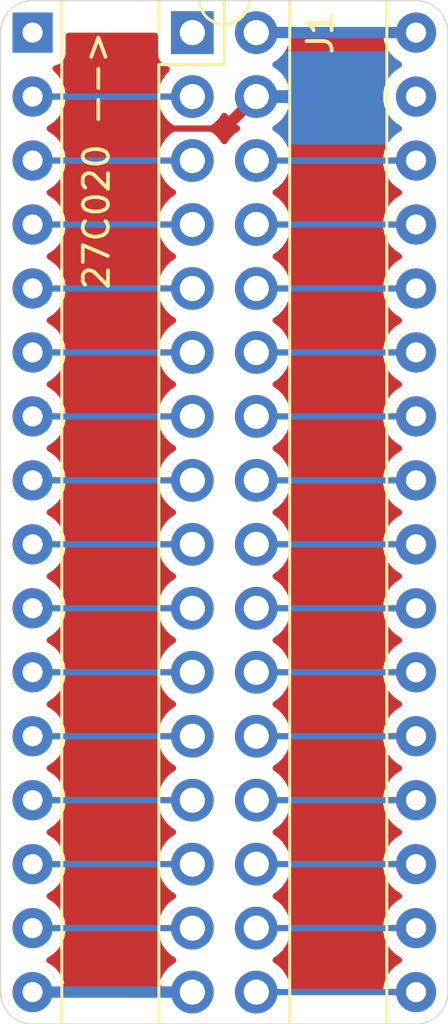
<source format=kicad_pcb>
(kicad_pcb (version 20171130) (host pcbnew 5.1.8-1.fc33)

  (general
    (thickness 1.6)
    (drawings 8)
    (tracks 36)
    (zones 0)
    (modules 2)
    (nets 31)
  )

  (page A4)
  (layers
    (0 F.Cu signal hide)
    (31 B.Cu signal hide)
    (32 B.Adhes user)
    (33 F.Adhes user)
    (34 B.Paste user)
    (35 F.Paste user)
    (36 B.SilkS user)
    (37 F.SilkS user)
    (38 B.Mask user)
    (39 F.Mask user)
    (40 Dwgs.User user)
    (41 Cmts.User user)
    (42 Eco1.User user)
    (43 Eco2.User user)
    (44 Edge.Cuts user)
    (45 Margin user)
    (46 B.CrtYd user)
    (47 F.CrtYd user)
    (48 B.Fab user)
    (49 F.Fab user)
  )

  (setup
    (last_trace_width 0.25)
    (trace_clearance 0.2)
    (zone_clearance 0.508)
    (zone_45_only no)
    (trace_min 0.2)
    (via_size 0.8)
    (via_drill 0.4)
    (via_min_size 0.4)
    (via_min_drill 0.3)
    (uvia_size 0.3)
    (uvia_drill 0.1)
    (uvias_allowed no)
    (uvia_min_size 0.2)
    (uvia_min_drill 0.1)
    (edge_width 0.05)
    (segment_width 0.2)
    (pcb_text_width 0.3)
    (pcb_text_size 1.5 1.5)
    (mod_edge_width 0.12)
    (mod_text_size 1 1)
    (mod_text_width 0.15)
    (pad_size 1.524 1.524)
    (pad_drill 0.762)
    (pad_to_mask_clearance 0)
    (aux_axis_origin 0 0)
    (visible_elements FFFFFF7F)
    (pcbplotparams
      (layerselection 0x010fc_ffffffff)
      (usegerberextensions false)
      (usegerberattributes true)
      (usegerberadvancedattributes true)
      (creategerberjobfile true)
      (excludeedgelayer true)
      (linewidth 0.100000)
      (plotframeref false)
      (viasonmask false)
      (mode 1)
      (useauxorigin false)
      (hpglpennumber 1)
      (hpglpenspeed 20)
      (hpglpendiameter 15.000000)
      (psnegative false)
      (psa4output false)
      (plotreference true)
      (plotvalue true)
      (plotinvisibletext false)
      (padsonsilk false)
      (subtractmaskfromsilk false)
      (outputformat 1)
      (mirror false)
      (drillshape 1)
      (scaleselection 1)
      (outputdirectory ""))
  )

  (net 0 "")
  (net 1 /D3)
  (net 2 GND)
  (net 3 /D4)
  (net 4 /D2)
  (net 5 /D5)
  (net 6 /D1)
  (net 7 /D6)
  (net 8 /D0)
  (net 9 /D7)
  (net 10 /A0)
  (net 11 /~CE)
  (net 12 /A1)
  (net 13 /A10)
  (net 14 /A2)
  (net 15 /~OE)
  (net 16 /A3)
  (net 17 /A11)
  (net 18 /A4)
  (net 19 /A9)
  (net 20 /A5)
  (net 21 /A8)
  (net 22 /A6)
  (net 23 /A7)
  (net 24 /VCC_EXT)
  (net 25 /A13)
  (net 26 /A14)
  (net 27 /A12)
  (net 28 /A17)
  (net 29 /A15)
  (net 30 /A16)

  (net_class Default "This is the default net class."
    (clearance 0.2)
    (trace_width 0.25)
    (via_dia 0.8)
    (via_drill 0.4)
    (uvia_dia 0.3)
    (uvia_drill 0.1)
    (add_net /A0)
    (add_net /A1)
    (add_net /A10)
    (add_net /A11)
    (add_net /A12)
    (add_net /A13)
    (add_net /A14)
    (add_net /A15)
    (add_net /A16)
    (add_net /A17)
    (add_net /A2)
    (add_net /A3)
    (add_net /A4)
    (add_net /A5)
    (add_net /A6)
    (add_net /A7)
    (add_net /A8)
    (add_net /A9)
    (add_net /D0)
    (add_net /D1)
    (add_net /D2)
    (add_net /D3)
    (add_net /D4)
    (add_net /D5)
    (add_net /D6)
    (add_net /D7)
    (add_net /~CE)
    (add_net /~OE)
    (add_net "Net-(J1-Pad1)")
    (add_net "Net-(U1-Pad1)")
    (add_net "Net-(U1-Pad31)")
  )

  (net_class POWER ""
    (clearance 0.2)
    (trace_width 0.45)
    (via_dia 0.8)
    (via_drill 0.4)
    (uvia_dia 0.3)
    (uvia_drill 0.1)
    (add_net /VCC_EXT)
    (add_net GND)
  )

  (module Package_DIP:DIP-32_W15.24mm (layer F.Cu) (tedit 5A02E8C5) (tstamp 5FB9569D)
    (at 119.38 68.58)
    (descr "32-lead though-hole mounted DIP package, row spacing 15.24 mm (600 mils)")
    (tags "THT DIP DIL PDIP 2.54mm 15.24mm 600mil")
    (path /5FC54110)
    (fp_text reference "27C020 -->" (at 2.54 5.08 90) (layer F.SilkS)
      (effects (font (size 1 1) (thickness 0.15)))
    )
    (fp_text value 27C020 (at 7.62 40.43) (layer F.Fab)
      (effects (font (size 1 1) (thickness 0.15)))
    )
    (fp_line (start 16.3 -1.55) (end -1.05 -1.55) (layer F.CrtYd) (width 0.05))
    (fp_line (start 16.3 39.65) (end 16.3 -1.55) (layer F.CrtYd) (width 0.05))
    (fp_line (start -1.05 39.65) (end 16.3 39.65) (layer F.CrtYd) (width 0.05))
    (fp_line (start -1.05 -1.55) (end -1.05 39.65) (layer F.CrtYd) (width 0.05))
    (fp_line (start 14.08 -1.33) (end 8.62 -1.33) (layer F.SilkS) (width 0.12))
    (fp_line (start 14.08 39.43) (end 14.08 -1.33) (layer F.SilkS) (width 0.12))
    (fp_line (start 1.16 39.43) (end 14.08 39.43) (layer F.SilkS) (width 0.12))
    (fp_line (start 1.16 -1.33) (end 1.16 39.43) (layer F.SilkS) (width 0.12))
    (fp_line (start 6.62 -1.33) (end 1.16 -1.33) (layer F.SilkS) (width 0.12))
    (fp_line (start 0.255 -0.27) (end 1.255 -1.27) (layer F.Fab) (width 0.1))
    (fp_line (start 0.255 39.37) (end 0.255 -0.27) (layer F.Fab) (width 0.1))
    (fp_line (start 14.985 39.37) (end 0.255 39.37) (layer F.Fab) (width 0.1))
    (fp_line (start 14.985 -1.27) (end 14.985 39.37) (layer F.Fab) (width 0.1))
    (fp_line (start 1.255 -1.27) (end 14.985 -1.27) (layer F.Fab) (width 0.1))
    (fp_text user %R (at 7.62 19.05) (layer F.Fab)
      (effects (font (size 1 1) (thickness 0.15)))
    )
    (fp_arc (start 7.62 -1.33) (end 6.62 -1.33) (angle -180) (layer F.SilkS) (width 0.12))
    (pad 32 thru_hole oval (at 15.24 0) (size 1.6 1.6) (drill 0.8) (layers *.Cu *.Mask)
      (net 24 /VCC_EXT))
    (pad 16 thru_hole oval (at 0 38.1) (size 1.6 1.6) (drill 0.8) (layers *.Cu *.Mask)
      (net 2 GND))
    (pad 31 thru_hole oval (at 15.24 2.54) (size 1.6 1.6) (drill 0.8) (layers *.Cu *.Mask))
    (pad 15 thru_hole oval (at 0 35.56) (size 1.6 1.6) (drill 0.8) (layers *.Cu *.Mask)
      (net 4 /D2))
    (pad 30 thru_hole oval (at 15.24 5.08) (size 1.6 1.6) (drill 0.8) (layers *.Cu *.Mask)
      (net 28 /A17))
    (pad 14 thru_hole oval (at 0 33.02) (size 1.6 1.6) (drill 0.8) (layers *.Cu *.Mask)
      (net 6 /D1))
    (pad 29 thru_hole oval (at 15.24 7.62) (size 1.6 1.6) (drill 0.8) (layers *.Cu *.Mask)
      (net 26 /A14))
    (pad 13 thru_hole oval (at 0 30.48) (size 1.6 1.6) (drill 0.8) (layers *.Cu *.Mask)
      (net 8 /D0))
    (pad 28 thru_hole oval (at 15.24 10.16) (size 1.6 1.6) (drill 0.8) (layers *.Cu *.Mask)
      (net 25 /A13))
    (pad 12 thru_hole oval (at 0 27.94) (size 1.6 1.6) (drill 0.8) (layers *.Cu *.Mask)
      (net 10 /A0))
    (pad 27 thru_hole oval (at 15.24 12.7) (size 1.6 1.6) (drill 0.8) (layers *.Cu *.Mask)
      (net 21 /A8))
    (pad 11 thru_hole oval (at 0 25.4) (size 1.6 1.6) (drill 0.8) (layers *.Cu *.Mask)
      (net 12 /A1))
    (pad 26 thru_hole oval (at 15.24 15.24) (size 1.6 1.6) (drill 0.8) (layers *.Cu *.Mask)
      (net 19 /A9))
    (pad 10 thru_hole oval (at 0 22.86) (size 1.6 1.6) (drill 0.8) (layers *.Cu *.Mask)
      (net 14 /A2))
    (pad 25 thru_hole oval (at 15.24 17.78) (size 1.6 1.6) (drill 0.8) (layers *.Cu *.Mask)
      (net 17 /A11))
    (pad 9 thru_hole oval (at 0 20.32) (size 1.6 1.6) (drill 0.8) (layers *.Cu *.Mask)
      (net 16 /A3))
    (pad 24 thru_hole oval (at 15.24 20.32) (size 1.6 1.6) (drill 0.8) (layers *.Cu *.Mask)
      (net 15 /~OE))
    (pad 8 thru_hole oval (at 0 17.78) (size 1.6 1.6) (drill 0.8) (layers *.Cu *.Mask)
      (net 18 /A4))
    (pad 23 thru_hole oval (at 15.24 22.86) (size 1.6 1.6) (drill 0.8) (layers *.Cu *.Mask)
      (net 13 /A10))
    (pad 7 thru_hole oval (at 0 15.24) (size 1.6 1.6) (drill 0.8) (layers *.Cu *.Mask)
      (net 20 /A5))
    (pad 22 thru_hole oval (at 15.24 25.4) (size 1.6 1.6) (drill 0.8) (layers *.Cu *.Mask)
      (net 11 /~CE))
    (pad 6 thru_hole oval (at 0 12.7) (size 1.6 1.6) (drill 0.8) (layers *.Cu *.Mask)
      (net 22 /A6))
    (pad 21 thru_hole oval (at 15.24 27.94) (size 1.6 1.6) (drill 0.8) (layers *.Cu *.Mask)
      (net 9 /D7))
    (pad 5 thru_hole oval (at 0 10.16) (size 1.6 1.6) (drill 0.8) (layers *.Cu *.Mask)
      (net 23 /A7))
    (pad 20 thru_hole oval (at 15.24 30.48) (size 1.6 1.6) (drill 0.8) (layers *.Cu *.Mask)
      (net 7 /D6))
    (pad 4 thru_hole oval (at 0 7.62) (size 1.6 1.6) (drill 0.8) (layers *.Cu *.Mask)
      (net 27 /A12))
    (pad 19 thru_hole oval (at 15.24 33.02) (size 1.6 1.6) (drill 0.8) (layers *.Cu *.Mask)
      (net 5 /D5))
    (pad 3 thru_hole oval (at 0 5.08) (size 1.6 1.6) (drill 0.8) (layers *.Cu *.Mask)
      (net 29 /A15))
    (pad 18 thru_hole oval (at 15.24 35.56) (size 1.6 1.6) (drill 0.8) (layers *.Cu *.Mask)
      (net 3 /D4))
    (pad 2 thru_hole oval (at 0 2.54) (size 1.6 1.6) (drill 0.8) (layers *.Cu *.Mask)
      (net 30 /A16))
    (pad 17 thru_hole oval (at 15.24 38.1) (size 1.6 1.6) (drill 0.8) (layers *.Cu *.Mask)
      (net 1 /D3))
    (pad 1 thru_hole rect (at 0 0) (size 1.6 1.6) (drill 0.8) (layers *.Cu *.Mask))
    (model ${KISYS3DMOD}/Package_DIP.3dshapes/DIP-32_W15.24mm.wrl
      (at (xyz 0 0 0))
      (scale (xyz 1 1 1))
      (rotate (xyz 0 0 0))
    )
  )

  (module Connector_PinHeader_2.54mm:PinHeader_2x16_P2.54mm_Vertical (layer F.Cu) (tedit 59FED5CC) (tstamp 5FB95669)
    (at 125.73 68.58)
    (descr "Through hole straight pin header, 2x16, 2.54mm pitch, double rows")
    (tags "Through hole pin header THT 2x16 2.54mm double row")
    (path /5FB988BB)
    (fp_text reference J1 (at 5.08 0 -90) (layer F.SilkS)
      (effects (font (size 1 1) (thickness 0.15)))
    )
    (fp_text value Adapter (at 1.27 40.43) (layer F.Fab)
      (effects (font (size 1 1) (thickness 0.15)))
    )
    (fp_line (start 4.35 -1.8) (end -1.8 -1.8) (layer F.CrtYd) (width 0.05))
    (fp_line (start 4.35 39.9) (end 4.35 -1.8) (layer F.CrtYd) (width 0.05))
    (fp_line (start -1.8 39.9) (end 4.35 39.9) (layer F.CrtYd) (width 0.05))
    (fp_line (start -1.8 -1.8) (end -1.8 39.9) (layer F.CrtYd) (width 0.05))
    (fp_line (start -1.33 -1.33) (end 0 -1.33) (layer F.SilkS) (width 0.12))
    (fp_line (start -1.33 0) (end -1.33 -1.33) (layer F.SilkS) (width 0.12))
    (fp_line (start 1.27 -1.33) (end 3.87 -1.33) (layer F.SilkS) (width 0.12))
    (fp_line (start 1.27 1.27) (end 1.27 -1.33) (layer F.SilkS) (width 0.12))
    (fp_line (start -1.33 1.27) (end 1.27 1.27) (layer F.SilkS) (width 0.12))
    (fp_line (start 3.87 -1.33) (end 3.87 39.43) (layer F.SilkS) (width 0.12))
    (fp_line (start -1.33 1.27) (end -1.33 39.43) (layer F.SilkS) (width 0.12))
    (fp_line (start -1.33 39.43) (end 3.87 39.43) (layer F.SilkS) (width 0.12))
    (fp_line (start -1.27 0) (end 0 -1.27) (layer F.Fab) (width 0.1))
    (fp_line (start -1.27 39.37) (end -1.27 0) (layer F.Fab) (width 0.1))
    (fp_line (start 3.81 39.37) (end -1.27 39.37) (layer F.Fab) (width 0.1))
    (fp_line (start 3.81 -1.27) (end 3.81 39.37) (layer F.Fab) (width 0.1))
    (fp_line (start 0 -1.27) (end 3.81 -1.27) (layer F.Fab) (width 0.1))
    (fp_text user %R (at 1.27 19.05 90) (layer F.Fab)
      (effects (font (size 1 1) (thickness 0.15)))
    )
    (pad 32 thru_hole oval (at 2.54 38.1) (size 1.7 1.7) (drill 1) (layers *.Cu *.Mask)
      (net 1 /D3))
    (pad 31 thru_hole oval (at 0 38.1) (size 1.7 1.7) (drill 1) (layers *.Cu *.Mask)
      (net 2 GND))
    (pad 30 thru_hole oval (at 2.54 35.56) (size 1.7 1.7) (drill 1) (layers *.Cu *.Mask)
      (net 3 /D4))
    (pad 29 thru_hole oval (at 0 35.56) (size 1.7 1.7) (drill 1) (layers *.Cu *.Mask)
      (net 4 /D2))
    (pad 28 thru_hole oval (at 2.54 33.02) (size 1.7 1.7) (drill 1) (layers *.Cu *.Mask)
      (net 5 /D5))
    (pad 27 thru_hole oval (at 0 33.02) (size 1.7 1.7) (drill 1) (layers *.Cu *.Mask)
      (net 6 /D1))
    (pad 26 thru_hole oval (at 2.54 30.48) (size 1.7 1.7) (drill 1) (layers *.Cu *.Mask)
      (net 7 /D6))
    (pad 25 thru_hole oval (at 0 30.48) (size 1.7 1.7) (drill 1) (layers *.Cu *.Mask)
      (net 8 /D0))
    (pad 24 thru_hole oval (at 2.54 27.94) (size 1.7 1.7) (drill 1) (layers *.Cu *.Mask)
      (net 9 /D7))
    (pad 23 thru_hole oval (at 0 27.94) (size 1.7 1.7) (drill 1) (layers *.Cu *.Mask)
      (net 10 /A0))
    (pad 22 thru_hole oval (at 2.54 25.4) (size 1.7 1.7) (drill 1) (layers *.Cu *.Mask)
      (net 11 /~CE))
    (pad 21 thru_hole oval (at 0 25.4) (size 1.7 1.7) (drill 1) (layers *.Cu *.Mask)
      (net 12 /A1))
    (pad 20 thru_hole oval (at 2.54 22.86) (size 1.7 1.7) (drill 1) (layers *.Cu *.Mask)
      (net 13 /A10))
    (pad 19 thru_hole oval (at 0 22.86) (size 1.7 1.7) (drill 1) (layers *.Cu *.Mask)
      (net 14 /A2))
    (pad 18 thru_hole oval (at 2.54 20.32) (size 1.7 1.7) (drill 1) (layers *.Cu *.Mask)
      (net 15 /~OE))
    (pad 17 thru_hole oval (at 0 20.32) (size 1.7 1.7) (drill 1) (layers *.Cu *.Mask)
      (net 16 /A3))
    (pad 16 thru_hole oval (at 2.54 17.78) (size 1.7 1.7) (drill 1) (layers *.Cu *.Mask)
      (net 17 /A11))
    (pad 15 thru_hole oval (at 0 17.78) (size 1.7 1.7) (drill 1) (layers *.Cu *.Mask)
      (net 18 /A4))
    (pad 14 thru_hole oval (at 2.54 15.24) (size 1.7 1.7) (drill 1) (layers *.Cu *.Mask)
      (net 19 /A9))
    (pad 13 thru_hole oval (at 0 15.24) (size 1.7 1.7) (drill 1) (layers *.Cu *.Mask)
      (net 20 /A5))
    (pad 12 thru_hole oval (at 2.54 12.7) (size 1.7 1.7) (drill 1) (layers *.Cu *.Mask)
      (net 21 /A8))
    (pad 11 thru_hole oval (at 0 12.7) (size 1.7 1.7) (drill 1) (layers *.Cu *.Mask)
      (net 22 /A6))
    (pad 10 thru_hole oval (at 2.54 10.16) (size 1.7 1.7) (drill 1) (layers *.Cu *.Mask)
      (net 25 /A13))
    (pad 9 thru_hole oval (at 0 10.16) (size 1.7 1.7) (drill 1) (layers *.Cu *.Mask)
      (net 23 /A7))
    (pad 8 thru_hole oval (at 2.54 7.62) (size 1.7 1.7) (drill 1) (layers *.Cu *.Mask)
      (net 26 /A14))
    (pad 7 thru_hole oval (at 0 7.62) (size 1.7 1.7) (drill 1) (layers *.Cu *.Mask)
      (net 27 /A12))
    (pad 6 thru_hole oval (at 2.54 5.08) (size 1.7 1.7) (drill 1) (layers *.Cu *.Mask)
      (net 28 /A17))
    (pad 5 thru_hole oval (at 0 5.08) (size 1.7 1.7) (drill 1) (layers *.Cu *.Mask)
      (net 29 /A15))
    (pad 4 thru_hole oval (at 2.54 2.54) (size 1.7 1.7) (drill 1) (layers *.Cu *.Mask)
      (net 2 GND))
    (pad 3 thru_hole oval (at 0 2.54) (size 1.7 1.7) (drill 1) (layers *.Cu *.Mask)
      (net 30 /A16))
    (pad 2 thru_hole oval (at 2.54 0) (size 1.7 1.7) (drill 1) (layers *.Cu *.Mask)
      (net 24 /VCC_EXT))
    (pad 1 thru_hole rect (at 0 0) (size 1.7 1.7) (drill 1) (layers *.Cu *.Mask))
    (model ${KISYS3DMOD}/Connector_PinHeader_2.54mm.3dshapes/PinHeader_2x16_P2.54mm_Vertical.wrl
      (at (xyz 0 0 0))
      (scale (xyz 1 1 1))
      (rotate (xyz 0 0 0))
    )
  )

  (gr_line (start 119.38 67.31) (end 134.62 67.31) (layer Edge.Cuts) (width 0.05) (tstamp 5FB957C5))
  (gr_line (start 119.38 107.95) (end 134.62 107.95) (layer Edge.Cuts) (width 0.05) (tstamp 5FB63A42))
  (gr_line (start 118.11 68.58) (end 118.11 106.68) (layer Edge.Cuts) (width 0.05) (tstamp 5FB63A41))
  (gr_line (start 135.89 106.68) (end 135.89 68.58) (layer Edge.Cuts) (width 0.05) (tstamp 5FB63A3F))
  (gr_arc (start 134.62 106.68) (end 134.62 107.95) (angle -90) (layer Edge.Cuts) (width 0.05))
  (gr_arc (start 119.38 106.68) (end 118.11 106.68) (angle -90) (layer Edge.Cuts) (width 0.05))
  (gr_arc (start 134.62 68.58) (end 135.89 68.58) (angle -90) (layer Edge.Cuts) (width 0.05))
  (gr_arc (start 119.38 68.58) (end 119.38 67.31) (angle -90) (layer Edge.Cuts) (width 0.05))

  (segment (start 127 72.39) (end 123.19 72.39) (width 0.25) (layer F.Cu) (net 2))
  (segment (start 123.19 72.39) (end 121.92 73.66) (width 0.25) (layer F.Cu) (net 2))
  (segment (start 121.92 73.66) (end 121.92 105.41) (width 0.25) (layer F.Cu) (net 2))
  (segment (start 121.92 105.41) (end 123.19 106.68) (width 0.25) (layer F.Cu) (net 2))
  (segment (start 128.27 106.68) (end 134.62 106.68) (width 0.25) (layer B.Cu) (net 1))
  (segment (start 125.73 106.68) (end 119.38 106.68) (width 0.45) (layer B.Cu) (net 2))
  (segment (start 123.19 106.68) (end 125.73 106.68) (width 0.45) (layer F.Cu) (net 2))
  (segment (start 127 72.39) (end 128.27 71.12) (width 0.45) (layer F.Cu) (net 2))
  (segment (start 128.27 104.14) (end 134.62 104.14) (width 0.25) (layer B.Cu) (net 3))
  (segment (start 125.73 104.14) (end 119.38 104.14) (width 0.25) (layer B.Cu) (net 4))
  (segment (start 128.27 101.6) (end 134.62 101.6) (width 0.25) (layer B.Cu) (net 5))
  (segment (start 119.38 101.6) (end 125.73 101.6) (width 0.25) (layer B.Cu) (net 6))
  (segment (start 128.27 99.06) (end 134.62 99.06) (width 0.25) (layer B.Cu) (net 7))
  (segment (start 125.73 99.06) (end 119.38 99.06) (width 0.25) (layer B.Cu) (net 8))
  (segment (start 128.27 96.52) (end 134.62 96.52) (width 0.25) (layer B.Cu) (net 9))
  (segment (start 119.38 96.52) (end 125.73 96.52) (width 0.25) (layer B.Cu) (net 10))
  (segment (start 128.27 93.98) (end 134.62 93.98) (width 0.25) (layer B.Cu) (net 11))
  (segment (start 125.73 93.98) (end 119.38 93.98) (width 0.25) (layer B.Cu) (net 12))
  (segment (start 128.27 91.44) (end 134.62 91.44) (width 0.25) (layer B.Cu) (net 13))
  (segment (start 125.73 91.44) (end 119.38 91.44) (width 0.25) (layer B.Cu) (net 14))
  (segment (start 128.27 88.9) (end 134.62 88.9) (width 0.25) (layer B.Cu) (net 15))
  (segment (start 119.38 88.9) (end 125.73 88.9) (width 0.25) (layer B.Cu) (net 16))
  (segment (start 128.27 86.36) (end 134.62 86.36) (width 0.25) (layer B.Cu) (net 17))
  (segment (start 125.73 86.36) (end 119.38 86.36) (width 0.25) (layer B.Cu) (net 18))
  (segment (start 128.27 83.82) (end 134.62 83.82) (width 0.25) (layer B.Cu) (net 19))
  (segment (start 119.38 83.82) (end 125.73 83.82) (width 0.25) (layer B.Cu) (net 20))
  (segment (start 134.62 81.28) (end 128.27 81.28) (width 0.25) (layer B.Cu) (net 21))
  (segment (start 119.38 81.28) (end 125.73 81.28) (width 0.25) (layer B.Cu) (net 22))
  (segment (start 119.38 78.74) (end 125.73 78.74) (width 0.25) (layer B.Cu) (net 23))
  (segment (start 128.27 68.58) (end 134.62 68.58) (width 0.45) (layer B.Cu) (net 24))
  (segment (start 128.27 78.74) (end 134.62 78.74) (width 0.25) (layer B.Cu) (net 25))
  (segment (start 134.62 76.2) (end 128.27 76.2) (width 0.25) (layer B.Cu) (net 26))
  (segment (start 119.38 76.2) (end 125.73 76.2) (width 0.25) (layer B.Cu) (net 27))
  (segment (start 128.27 73.66) (end 134.62 73.66) (width 0.25) (layer B.Cu) (net 28))
  (segment (start 125.73 73.66) (end 119.38 73.66) (width 0.25) (layer B.Cu) (net 29))
  (segment (start 119.38 71.12) (end 125.73 71.12) (width 0.25) (layer B.Cu) (net 30))

  (zone (net 2) (net_name GND) (layer B.Cu) (tstamp 0) (hatch edge 0.508)
    (connect_pads (clearance 0.508))
    (min_thickness 0.254)
    (fill yes (arc_segments 32) (thermal_gap 0.508) (thermal_bridge_width 0.508))
    (polygon
      (pts
        (xy 134.62 106.68) (xy 119.38 106.68) (xy 119.38 68.58) (xy 134.62 68.58)
      )
    )
    (filled_polygon
      (pts
        (xy 133.505363 69.494759) (xy 133.705241 69.694637) (xy 133.937759 69.85) (xy 133.705241 70.005363) (xy 133.505363 70.205241)
        (xy 133.34832 70.440273) (xy 133.240147 70.701426) (xy 133.185 70.978665) (xy 133.185 71.261335) (xy 133.240147 71.538574)
        (xy 133.34832 71.799727) (xy 133.505363 72.034759) (xy 133.705241 72.234637) (xy 133.937759 72.39) (xy 133.705241 72.545363)
        (xy 133.505363 72.745241) (xy 133.401957 72.9) (xy 129.548178 72.9) (xy 129.423475 72.713368) (xy 129.216632 72.506525)
        (xy 129.034466 72.384805) (xy 129.151355 72.315178) (xy 129.367588 72.120269) (xy 129.541641 71.88692) (xy 129.666825 71.624099)
        (xy 129.711476 71.47689) (xy 129.590155 71.247) (xy 128.397 71.247) (xy 128.397 71.267) (xy 128.143 71.267)
        (xy 128.143 71.247) (xy 128.123 71.247) (xy 128.123 70.993) (xy 128.143 70.993) (xy 128.143 70.973)
        (xy 128.397 70.973) (xy 128.397 70.993) (xy 129.590155 70.993) (xy 129.711476 70.76311) (xy 129.666825 70.615901)
        (xy 129.541641 70.35308) (xy 129.367588 70.119731) (xy 129.151355 69.924822) (xy 129.034466 69.855195) (xy 129.216632 69.733475)
        (xy 129.423475 69.526632) (xy 129.481361 69.44) (xy 133.468774 69.44)
      )
    )
  )
  (zone (net 2) (net_name GND) (layer F.Cu) (tstamp 0) (hatch edge 0.508)
    (connect_pads (clearance 0.508))
    (min_thickness 0.254)
    (fill yes (arc_segments 32) (thermal_gap 0.508) (thermal_bridge_width 0.508))
    (polygon
      (pts
        (xy 134.62 106.68) (xy 119.38 106.68) (xy 119.38 68.58) (xy 134.62 68.58)
      )
    )
    (filled_polygon
      (pts
        (xy 133.185 68.721335) (xy 133.240147 68.998574) (xy 133.34832 69.259727) (xy 133.505363 69.494759) (xy 133.705241 69.694637)
        (xy 133.937759 69.85) (xy 133.705241 70.005363) (xy 133.505363 70.205241) (xy 133.34832 70.440273) (xy 133.240147 70.701426)
        (xy 133.185 70.978665) (xy 133.185 71.261335) (xy 133.240147 71.538574) (xy 133.34832 71.799727) (xy 133.505363 72.034759)
        (xy 133.705241 72.234637) (xy 133.937759 72.39) (xy 133.705241 72.545363) (xy 133.505363 72.745241) (xy 133.34832 72.980273)
        (xy 133.240147 73.241426) (xy 133.185 73.518665) (xy 133.185 73.801335) (xy 133.240147 74.078574) (xy 133.34832 74.339727)
        (xy 133.505363 74.574759) (xy 133.705241 74.774637) (xy 133.937759 74.93) (xy 133.705241 75.085363) (xy 133.505363 75.285241)
        (xy 133.34832 75.520273) (xy 133.240147 75.781426) (xy 133.185 76.058665) (xy 133.185 76.341335) (xy 133.240147 76.618574)
        (xy 133.34832 76.879727) (xy 133.505363 77.114759) (xy 133.705241 77.314637) (xy 133.937759 77.47) (xy 133.705241 77.625363)
        (xy 133.505363 77.825241) (xy 133.34832 78.060273) (xy 133.240147 78.321426) (xy 133.185 78.598665) (xy 133.185 78.881335)
        (xy 133.240147 79.158574) (xy 133.34832 79.419727) (xy 133.505363 79.654759) (xy 133.705241 79.854637) (xy 133.937759 80.01)
        (xy 133.705241 80.165363) (xy 133.505363 80.365241) (xy 133.34832 80.600273) (xy 133.240147 80.861426) (xy 133.185 81.138665)
        (xy 133.185 81.421335) (xy 133.240147 81.698574) (xy 133.34832 81.959727) (xy 133.505363 82.194759) (xy 133.705241 82.394637)
        (xy 133.937759 82.55) (xy 133.705241 82.705363) (xy 133.505363 82.905241) (xy 133.34832 83.140273) (xy 133.240147 83.401426)
        (xy 133.185 83.678665) (xy 133.185 83.961335) (xy 133.240147 84.238574) (xy 133.34832 84.499727) (xy 133.505363 84.734759)
        (xy 133.705241 84.934637) (xy 133.937759 85.09) (xy 133.705241 85.245363) (xy 133.505363 85.445241) (xy 133.34832 85.680273)
        (xy 133.240147 85.941426) (xy 133.185 86.218665) (xy 133.185 86.501335) (xy 133.240147 86.778574) (xy 133.34832 87.039727)
        (xy 133.505363 87.274759) (xy 133.705241 87.474637) (xy 133.937759 87.63) (xy 133.705241 87.785363) (xy 133.505363 87.985241)
        (xy 133.34832 88.220273) (xy 133.240147 88.481426) (xy 133.185 88.758665) (xy 133.185 89.041335) (xy 133.240147 89.318574)
        (xy 133.34832 89.579727) (xy 133.505363 89.814759) (xy 133.705241 90.014637) (xy 133.937759 90.17) (xy 133.705241 90.325363)
        (xy 133.505363 90.525241) (xy 133.34832 90.760273) (xy 133.240147 91.021426) (xy 133.185 91.298665) (xy 133.185 91.581335)
        (xy 133.240147 91.858574) (xy 133.34832 92.119727) (xy 133.505363 92.354759) (xy 133.705241 92.554637) (xy 133.937759 92.71)
        (xy 133.705241 92.865363) (xy 133.505363 93.065241) (xy 133.34832 93.300273) (xy 133.240147 93.561426) (xy 133.185 93.838665)
        (xy 133.185 94.121335) (xy 133.240147 94.398574) (xy 133.34832 94.659727) (xy 133.505363 94.894759) (xy 133.705241 95.094637)
        (xy 133.937759 95.25) (xy 133.705241 95.405363) (xy 133.505363 95.605241) (xy 133.34832 95.840273) (xy 133.240147 96.101426)
        (xy 133.185 96.378665) (xy 133.185 96.661335) (xy 133.240147 96.938574) (xy 133.34832 97.199727) (xy 133.505363 97.434759)
        (xy 133.705241 97.634637) (xy 133.937759 97.79) (xy 133.705241 97.945363) (xy 133.505363 98.145241) (xy 133.34832 98.380273)
        (xy 133.240147 98.641426) (xy 133.185 98.918665) (xy 133.185 99.201335) (xy 133.240147 99.478574) (xy 133.34832 99.739727)
        (xy 133.505363 99.974759) (xy 133.705241 100.174637) (xy 133.937759 100.33) (xy 133.705241 100.485363) (xy 133.505363 100.685241)
        (xy 133.34832 100.920273) (xy 133.240147 101.181426) (xy 133.185 101.458665) (xy 133.185 101.741335) (xy 133.240147 102.018574)
        (xy 133.34832 102.279727) (xy 133.505363 102.514759) (xy 133.705241 102.714637) (xy 133.937759 102.87) (xy 133.705241 103.025363)
        (xy 133.505363 103.225241) (xy 133.34832 103.460273) (xy 133.240147 103.721426) (xy 133.185 103.998665) (xy 133.185 104.281335)
        (xy 133.240147 104.558574) (xy 133.34832 104.819727) (xy 133.505363 105.054759) (xy 133.705241 105.254637) (xy 133.937759 105.41)
        (xy 133.705241 105.565363) (xy 133.505363 105.765241) (xy 133.34832 106.000273) (xy 133.240147 106.261426) (xy 133.185 106.538665)
        (xy 133.185 106.553) (xy 129.755 106.553) (xy 129.755 106.53374) (xy 129.697932 106.246842) (xy 129.58599 105.976589)
        (xy 129.423475 105.733368) (xy 129.216632 105.526525) (xy 129.04224 105.41) (xy 129.216632 105.293475) (xy 129.423475 105.086632)
        (xy 129.58599 104.843411) (xy 129.697932 104.573158) (xy 129.755 104.28626) (xy 129.755 103.99374) (xy 129.697932 103.706842)
        (xy 129.58599 103.436589) (xy 129.423475 103.193368) (xy 129.216632 102.986525) (xy 129.04224 102.87) (xy 129.216632 102.753475)
        (xy 129.423475 102.546632) (xy 129.58599 102.303411) (xy 129.697932 102.033158) (xy 129.755 101.74626) (xy 129.755 101.45374)
        (xy 129.697932 101.166842) (xy 129.58599 100.896589) (xy 129.423475 100.653368) (xy 129.216632 100.446525) (xy 129.04224 100.33)
        (xy 129.216632 100.213475) (xy 129.423475 100.006632) (xy 129.58599 99.763411) (xy 129.697932 99.493158) (xy 129.755 99.20626)
        (xy 129.755 98.91374) (xy 129.697932 98.626842) (xy 129.58599 98.356589) (xy 129.423475 98.113368) (xy 129.216632 97.906525)
        (xy 129.04224 97.79) (xy 129.216632 97.673475) (xy 129.423475 97.466632) (xy 129.58599 97.223411) (xy 129.697932 96.953158)
        (xy 129.755 96.66626) (xy 129.755 96.37374) (xy 129.697932 96.086842) (xy 129.58599 95.816589) (xy 129.423475 95.573368)
        (xy 129.216632 95.366525) (xy 129.04224 95.25) (xy 129.216632 95.133475) (xy 129.423475 94.926632) (xy 129.58599 94.683411)
        (xy 129.697932 94.413158) (xy 129.755 94.12626) (xy 129.755 93.83374) (xy 129.697932 93.546842) (xy 129.58599 93.276589)
        (xy 129.423475 93.033368) (xy 129.216632 92.826525) (xy 129.04224 92.71) (xy 129.216632 92.593475) (xy 129.423475 92.386632)
        (xy 129.58599 92.143411) (xy 129.697932 91.873158) (xy 129.755 91.58626) (xy 129.755 91.29374) (xy 129.697932 91.006842)
        (xy 129.58599 90.736589) (xy 129.423475 90.493368) (xy 129.216632 90.286525) (xy 129.04224 90.17) (xy 129.216632 90.053475)
        (xy 129.423475 89.846632) (xy 129.58599 89.603411) (xy 129.697932 89.333158) (xy 129.755 89.04626) (xy 129.755 88.75374)
        (xy 129.697932 88.466842) (xy 129.58599 88.196589) (xy 129.423475 87.953368) (xy 129.216632 87.746525) (xy 129.04224 87.63)
        (xy 129.216632 87.513475) (xy 129.423475 87.306632) (xy 129.58599 87.063411) (xy 129.697932 86.793158) (xy 129.755 86.50626)
        (xy 129.755 86.21374) (xy 129.697932 85.926842) (xy 129.58599 85.656589) (xy 129.423475 85.413368) (xy 129.216632 85.206525)
        (xy 129.04224 85.09) (xy 129.216632 84.973475) (xy 129.423475 84.766632) (xy 129.58599 84.523411) (xy 129.697932 84.253158)
        (xy 129.755 83.96626) (xy 129.755 83.67374) (xy 129.697932 83.386842) (xy 129.58599 83.116589) (xy 129.423475 82.873368)
        (xy 129.216632 82.666525) (xy 129.04224 82.55) (xy 129.216632 82.433475) (xy 129.423475 82.226632) (xy 129.58599 81.983411)
        (xy 129.697932 81.713158) (xy 129.755 81.42626) (xy 129.755 81.13374) (xy 129.697932 80.846842) (xy 129.58599 80.576589)
        (xy 129.423475 80.333368) (xy 129.216632 80.126525) (xy 129.04224 80.01) (xy 129.216632 79.893475) (xy 129.423475 79.686632)
        (xy 129.58599 79.443411) (xy 129.697932 79.173158) (xy 129.755 78.88626) (xy 129.755 78.59374) (xy 129.697932 78.306842)
        (xy 129.58599 78.036589) (xy 129.423475 77.793368) (xy 129.216632 77.586525) (xy 129.04224 77.47) (xy 129.216632 77.353475)
        (xy 129.423475 77.146632) (xy 129.58599 76.903411) (xy 129.697932 76.633158) (xy 129.755 76.34626) (xy 129.755 76.05374)
        (xy 129.697932 75.766842) (xy 129.58599 75.496589) (xy 129.423475 75.253368) (xy 129.216632 75.046525) (xy 129.04224 74.93)
        (xy 129.216632 74.813475) (xy 129.423475 74.606632) (xy 129.58599 74.363411) (xy 129.697932 74.093158) (xy 129.755 73.80626)
        (xy 129.755 73.51374) (xy 129.697932 73.226842) (xy 129.58599 72.956589) (xy 129.423475 72.713368) (xy 129.216632 72.506525)
        (xy 129.034466 72.384805) (xy 129.151355 72.315178) (xy 129.367588 72.120269) (xy 129.541641 71.88692) (xy 129.666825 71.624099)
        (xy 129.711476 71.47689) (xy 129.590155 71.247) (xy 128.397 71.247) (xy 128.397 71.267) (xy 128.143 71.267)
        (xy 128.143 71.247) (xy 128.123 71.247) (xy 128.123 70.993) (xy 128.143 70.993) (xy 128.143 70.973)
        (xy 128.397 70.973) (xy 128.397 70.993) (xy 129.590155 70.993) (xy 129.711476 70.76311) (xy 129.666825 70.615901)
        (xy 129.541641 70.35308) (xy 129.367588 70.119731) (xy 129.151355 69.924822) (xy 129.034466 69.855195) (xy 129.216632 69.733475)
        (xy 129.423475 69.526632) (xy 129.58599 69.283411) (xy 129.697932 69.013158) (xy 129.755 68.72626) (xy 129.755 68.707)
        (xy 133.185 68.707)
      )
    )
    (filled_polygon
      (pts
        (xy 124.241928 69.43) (xy 124.254188 69.554482) (xy 124.290498 69.67418) (xy 124.349463 69.784494) (xy 124.428815 69.881185)
        (xy 124.525506 69.960537) (xy 124.63582 70.019502) (xy 124.70838 70.041513) (xy 124.576525 70.173368) (xy 124.41401 70.416589)
        (xy 124.302068 70.686842) (xy 124.245 70.97374) (xy 124.245 71.26626) (xy 124.302068 71.553158) (xy 124.41401 71.823411)
        (xy 124.576525 72.066632) (xy 124.783368 72.273475) (xy 124.95776 72.39) (xy 124.783368 72.506525) (xy 124.576525 72.713368)
        (xy 124.41401 72.956589) (xy 124.302068 73.226842) (xy 124.245 73.51374) (xy 124.245 73.80626) (xy 124.302068 74.093158)
        (xy 124.41401 74.363411) (xy 124.576525 74.606632) (xy 124.783368 74.813475) (xy 124.95776 74.93) (xy 124.783368 75.046525)
        (xy 124.576525 75.253368) (xy 124.41401 75.496589) (xy 124.302068 75.766842) (xy 124.245 76.05374) (xy 124.245 76.34626)
        (xy 124.302068 76.633158) (xy 124.41401 76.903411) (xy 124.576525 77.146632) (xy 124.783368 77.353475) (xy 124.95776 77.47)
        (xy 124.783368 77.586525) (xy 124.576525 77.793368) (xy 124.41401 78.036589) (xy 124.302068 78.306842) (xy 124.245 78.59374)
        (xy 124.245 78.88626) (xy 124.302068 79.173158) (xy 124.41401 79.443411) (xy 124.576525 79.686632) (xy 124.783368 79.893475)
        (xy 124.95776 80.01) (xy 124.783368 80.126525) (xy 124.576525 80.333368) (xy 124.41401 80.576589) (xy 124.302068 80.846842)
        (xy 124.245 81.13374) (xy 124.245 81.42626) (xy 124.302068 81.713158) (xy 124.41401 81.983411) (xy 124.576525 82.226632)
        (xy 124.783368 82.433475) (xy 124.95776 82.55) (xy 124.783368 82.666525) (xy 124.576525 82.873368) (xy 124.41401 83.116589)
        (xy 124.302068 83.386842) (xy 124.245 83.67374) (xy 124.245 83.96626) (xy 124.302068 84.253158) (xy 124.41401 84.523411)
        (xy 124.576525 84.766632) (xy 124.783368 84.973475) (xy 124.95776 85.09) (xy 124.783368 85.206525) (xy 124.576525 85.413368)
        (xy 124.41401 85.656589) (xy 124.302068 85.926842) (xy 124.245 86.21374) (xy 124.245 86.50626) (xy 124.302068 86.793158)
        (xy 124.41401 87.063411) (xy 124.576525 87.306632) (xy 124.783368 87.513475) (xy 124.95776 87.63) (xy 124.783368 87.746525)
        (xy 124.576525 87.953368) (xy 124.41401 88.196589) (xy 124.302068 88.466842) (xy 124.245 88.75374) (xy 124.245 89.04626)
        (xy 124.302068 89.333158) (xy 124.41401 89.603411) (xy 124.576525 89.846632) (xy 124.783368 90.053475) (xy 124.95776 90.17)
        (xy 124.783368 90.286525) (xy 124.576525 90.493368) (xy 124.41401 90.736589) (xy 124.302068 91.006842) (xy 124.245 91.29374)
        (xy 124.245 91.58626) (xy 124.302068 91.873158) (xy 124.41401 92.143411) (xy 124.576525 92.386632) (xy 124.783368 92.593475)
        (xy 124.95776 92.71) (xy 124.783368 92.826525) (xy 124.576525 93.033368) (xy 124.41401 93.276589) (xy 124.302068 93.546842)
        (xy 124.245 93.83374) (xy 124.245 94.12626) (xy 124.302068 94.413158) (xy 124.41401 94.683411) (xy 124.576525 94.926632)
        (xy 124.783368 95.133475) (xy 124.95776 95.25) (xy 124.783368 95.366525) (xy 124.576525 95.573368) (xy 124.41401 95.816589)
        (xy 124.302068 96.086842) (xy 124.245 96.37374) (xy 124.245 96.66626) (xy 124.302068 96.953158) (xy 124.41401 97.223411)
        (xy 124.576525 97.466632) (xy 124.783368 97.673475) (xy 124.95776 97.79) (xy 124.783368 97.906525) (xy 124.576525 98.113368)
        (xy 124.41401 98.356589) (xy 124.302068 98.626842) (xy 124.245 98.91374) (xy 124.245 99.20626) (xy 124.302068 99.493158)
        (xy 124.41401 99.763411) (xy 124.576525 100.006632) (xy 124.783368 100.213475) (xy 124.95776 100.33) (xy 124.783368 100.446525)
        (xy 124.576525 100.653368) (xy 124.41401 100.896589) (xy 124.302068 101.166842) (xy 124.245 101.45374) (xy 124.245 101.74626)
        (xy 124.302068 102.033158) (xy 124.41401 102.303411) (xy 124.576525 102.546632) (xy 124.783368 102.753475) (xy 124.95776 102.87)
        (xy 124.783368 102.986525) (xy 124.576525 103.193368) (xy 124.41401 103.436589) (xy 124.302068 103.706842) (xy 124.245 103.99374)
        (xy 124.245 104.28626) (xy 124.302068 104.573158) (xy 124.41401 104.843411) (xy 124.576525 105.086632) (xy 124.783368 105.293475)
        (xy 124.965534 105.415195) (xy 124.848645 105.484822) (xy 124.632412 105.679731) (xy 124.458359 105.91308) (xy 124.333175 106.175901)
        (xy 124.288524 106.32311) (xy 124.409844 106.552998) (xy 124.245 106.552998) (xy 124.245 106.553) (xy 120.815 106.553)
        (xy 120.815 106.552998) (xy 120.649916 106.552998) (xy 120.771904 106.330961) (xy 120.731246 106.196913) (xy 120.611037 105.94258)
        (xy 120.443519 105.716586) (xy 120.235131 105.527615) (xy 120.049135 105.416067) (xy 120.059727 105.41168) (xy 120.294759 105.254637)
        (xy 120.494637 105.054759) (xy 120.65168 104.819727) (xy 120.759853 104.558574) (xy 120.815 104.281335) (xy 120.815 103.998665)
        (xy 120.759853 103.721426) (xy 120.65168 103.460273) (xy 120.494637 103.225241) (xy 120.294759 103.025363) (xy 120.062241 102.87)
        (xy 120.294759 102.714637) (xy 120.494637 102.514759) (xy 120.65168 102.279727) (xy 120.759853 102.018574) (xy 120.815 101.741335)
        (xy 120.815 101.458665) (xy 120.759853 101.181426) (xy 120.65168 100.920273) (xy 120.494637 100.685241) (xy 120.294759 100.485363)
        (xy 120.062241 100.33) (xy 120.294759 100.174637) (xy 120.494637 99.974759) (xy 120.65168 99.739727) (xy 120.759853 99.478574)
        (xy 120.815 99.201335) (xy 120.815 98.918665) (xy 120.759853 98.641426) (xy 120.65168 98.380273) (xy 120.494637 98.145241)
        (xy 120.294759 97.945363) (xy 120.062241 97.79) (xy 120.294759 97.634637) (xy 120.494637 97.434759) (xy 120.65168 97.199727)
        (xy 120.759853 96.938574) (xy 120.815 96.661335) (xy 120.815 96.378665) (xy 120.759853 96.101426) (xy 120.65168 95.840273)
        (xy 120.494637 95.605241) (xy 120.294759 95.405363) (xy 120.062241 95.25) (xy 120.294759 95.094637) (xy 120.494637 94.894759)
        (xy 120.65168 94.659727) (xy 120.759853 94.398574) (xy 120.815 94.121335) (xy 120.815 93.838665) (xy 120.759853 93.561426)
        (xy 120.65168 93.300273) (xy 120.494637 93.065241) (xy 120.294759 92.865363) (xy 120.062241 92.71) (xy 120.294759 92.554637)
        (xy 120.494637 92.354759) (xy 120.65168 92.119727) (xy 120.759853 91.858574) (xy 120.815 91.581335) (xy 120.815 91.298665)
        (xy 120.759853 91.021426) (xy 120.65168 90.760273) (xy 120.494637 90.525241) (xy 120.294759 90.325363) (xy 120.062241 90.17)
        (xy 120.294759 90.014637) (xy 120.494637 89.814759) (xy 120.65168 89.579727) (xy 120.759853 89.318574) (xy 120.815 89.041335)
        (xy 120.815 88.758665) (xy 120.759853 88.481426) (xy 120.65168 88.220273) (xy 120.494637 87.985241) (xy 120.294759 87.785363)
        (xy 120.062241 87.63) (xy 120.294759 87.474637) (xy 120.494637 87.274759) (xy 120.65168 87.039727) (xy 120.759853 86.778574)
        (xy 120.815 86.501335) (xy 120.815 86.218665) (xy 120.759853 85.941426) (xy 120.65168 85.680273) (xy 120.494637 85.445241)
        (xy 120.294759 85.245363) (xy 120.062241 85.09) (xy 120.294759 84.934637) (xy 120.494637 84.734759) (xy 120.65168 84.499727)
        (xy 120.759853 84.238574) (xy 120.815 83.961335) (xy 120.815 83.678665) (xy 120.759853 83.401426) (xy 120.65168 83.140273)
        (xy 120.494637 82.905241) (xy 120.294759 82.705363) (xy 120.062241 82.55) (xy 120.294759 82.394637) (xy 120.494637 82.194759)
        (xy 120.65168 81.959727) (xy 120.759853 81.698574) (xy 120.815 81.421335) (xy 120.815 81.138665) (xy 120.759853 80.861426)
        (xy 120.65168 80.600273) (xy 120.494637 80.365241) (xy 120.294759 80.165363) (xy 120.062241 80.01) (xy 120.294759 79.854637)
        (xy 120.494637 79.654759) (xy 120.65168 79.419727) (xy 120.759853 79.158574) (xy 120.815 78.881335) (xy 120.815 78.598665)
        (xy 120.759853 78.321426) (xy 120.65168 78.060273) (xy 120.494637 77.825241) (xy 120.294759 77.625363) (xy 120.062241 77.47)
        (xy 120.294759 77.314637) (xy 120.494637 77.114759) (xy 120.65168 76.879727) (xy 120.759853 76.618574) (xy 120.815 76.341335)
        (xy 120.815 76.058665) (xy 120.759853 75.781426) (xy 120.65168 75.520273) (xy 120.494637 75.285241) (xy 120.294759 75.085363)
        (xy 120.062241 74.93) (xy 120.294759 74.774637) (xy 120.494637 74.574759) (xy 120.65168 74.339727) (xy 120.759853 74.078574)
        (xy 120.815 73.801335) (xy 120.815 73.518665) (xy 120.759853 73.241426) (xy 120.65168 72.980273) (xy 120.494637 72.745241)
        (xy 120.294759 72.545363) (xy 120.062241 72.39) (xy 120.294759 72.234637) (xy 120.494637 72.034759) (xy 120.65168 71.799727)
        (xy 120.759853 71.538574) (xy 120.815 71.261335) (xy 120.815 70.978665) (xy 120.759853 70.701426) (xy 120.65168 70.440273)
        (xy 120.494637 70.205241) (xy 120.296039 70.006643) (xy 120.304482 70.005812) (xy 120.42418 69.969502) (xy 120.534494 69.910537)
        (xy 120.631185 69.831185) (xy 120.710537 69.734494) (xy 120.769502 69.62418) (xy 120.805812 69.504482) (xy 120.818072 69.38)
        (xy 120.818072 68.707) (xy 124.241928 68.707)
      )
    )
    (filled_polygon
      (pts
        (xy 127.172412 72.120269) (xy 127.388645 72.315178) (xy 127.505534 72.384805) (xy 127.323368 72.506525) (xy 127.116525 72.713368)
        (xy 127 72.88776) (xy 126.883475 72.713368) (xy 126.676632 72.506525) (xy 126.50224 72.39) (xy 126.676632 72.273475)
        (xy 126.883475 72.066632) (xy 127.0011 71.890594)
      )
    )
  )
)

</source>
